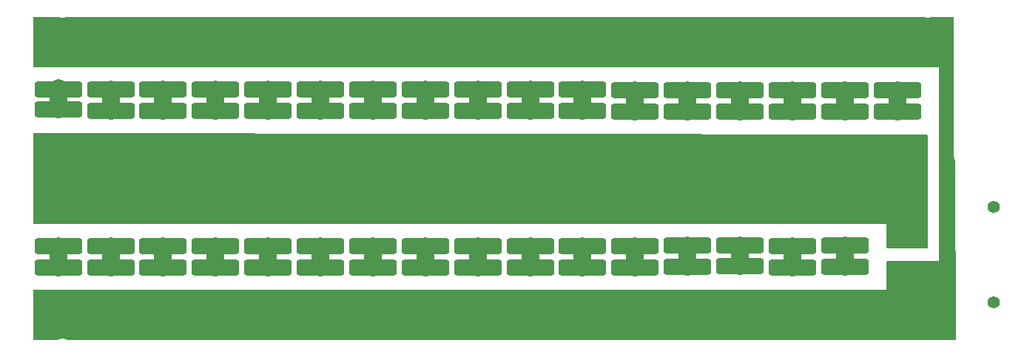
<source format=gbr>
%TF.GenerationSoftware,KiCad,Pcbnew,9.0.3*%
%TF.CreationDate,2025-08-25T21:51:57-05:00*%
%TF.ProjectId,Power-MocoBulkCapacitorPCB,506f7765-722d-44d6-9f63-6f42756c6b43,rev?*%
%TF.SameCoordinates,Original*%
%TF.FileFunction,Copper,L2,Bot*%
%TF.FilePolarity,Positive*%
%FSLAX46Y46*%
G04 Gerber Fmt 4.6, Leading zero omitted, Abs format (unit mm)*
G04 Created by KiCad (PCBNEW 9.0.3) date 2025-08-25 21:51:57*
%MOMM*%
%LPD*%
G01*
G04 APERTURE LIST*
G04 Aperture macros list*
%AMRoundRect*
0 Rectangle with rounded corners*
0 $1 Rounding radius*
0 $2 $3 $4 $5 $6 $7 $8 $9 X,Y pos of 4 corners*
0 Add a 4 corners polygon primitive as box body*
4,1,4,$2,$3,$4,$5,$6,$7,$8,$9,$2,$3,0*
0 Add four circle primitives for the rounded corners*
1,1,$1+$1,$2,$3*
1,1,$1+$1,$4,$5*
1,1,$1+$1,$6,$7*
1,1,$1+$1,$8,$9*
0 Add four rect primitives between the rounded corners*
20,1,$1+$1,$2,$3,$4,$5,0*
20,1,$1+$1,$4,$5,$6,$7,0*
20,1,$1+$1,$6,$7,$8,$9,0*
20,1,$1+$1,$8,$9,$2,$3,0*%
G04 Aperture macros list end*
%TA.AperFunction,SMDPad,CuDef*%
%ADD10RoundRect,0.250000X-2.450000X0.650000X-2.450000X-0.650000X2.450000X-0.650000X2.450000X0.650000X0*%
%TD*%
%TA.AperFunction,SMDPad,CuDef*%
%ADD11RoundRect,0.250000X2.450000X-0.650000X2.450000X0.650000X-2.450000X0.650000X-2.450000X-0.650000X0*%
%TD*%
%TA.AperFunction,ComponentPad*%
%ADD12C,1.400000*%
%TD*%
%TA.AperFunction,ComponentPad*%
%ADD13R,3.500000X3.500000*%
%TD*%
%TA.AperFunction,ComponentPad*%
%ADD14C,3.500000*%
%TD*%
%TA.AperFunction,ViaPad*%
%ADD15C,0.600000*%
%TD*%
%TA.AperFunction,Conductor*%
%ADD16C,2.000000*%
%TD*%
G04 APERTURE END LIST*
D10*
%TO.P,C103,1*%
%TO.N,+VDC*%
X188500000Y-47050000D03*
%TO.P,C103,2*%
%TO.N,Net-(C103-Pad2)*%
X188500000Y-52150000D03*
%TD*%
D11*
%TO.P,C69,1*%
%TO.N,+VDC*%
X110500000Y-77550000D03*
%TO.P,C69,2*%
%TO.N,Net-(C69-Pad2)*%
X110500000Y-72450000D03*
%TD*%
D10*
%TO.P,C108,1*%
%TO.N,Net-(C107-Pad2)*%
X176500000Y-54600000D03*
%TO.P,C108,2*%
%TO.N,GND*%
X176500000Y-59700000D03*
%TD*%
D11*
%TO.P,C98,1*%
%TO.N,Net-(C97-Pad2)*%
X194500000Y-69950000D03*
%TO.P,C98,2*%
%TO.N,GND*%
X194500000Y-64850000D03*
%TD*%
D12*
%TO.P,J1,*%
%TO.N,*%
X211500000Y-76500000D03*
X211500000Y-65500000D03*
D13*
%TO.P,J1,1,Pin_1*%
%TO.N,GND*%
X201500000Y-68500000D03*
D14*
%TO.P,J1,2,Pin_2*%
%TO.N,+VDC*%
X201500000Y-73500000D03*
%TD*%
D11*
%TO.P,C90,1*%
%TO.N,Net-(C89-Pad2)*%
X170500000Y-70000000D03*
%TO.P,C90,2*%
%TO.N,GND*%
X170500000Y-64900000D03*
%TD*%
D10*
%TO.P,C126,1*%
%TO.N,Net-(C125-Pad2)*%
X122500000Y-54500000D03*
%TO.P,C126,2*%
%TO.N,GND*%
X122500000Y-59600000D03*
%TD*%
%TO.P,C110,1*%
%TO.N,Net-(C109-Pad2)*%
X170500000Y-54600000D03*
%TO.P,C110,2*%
%TO.N,GND*%
X170500000Y-59700000D03*
%TD*%
D11*
%TO.P,C87,1*%
%TO.N,+VDC*%
X164500000Y-77550000D03*
%TO.P,C87,2*%
%TO.N,Net-(C87-Pad2)*%
X164500000Y-72450000D03*
%TD*%
D10*
%TO.P,C118,1*%
%TO.N,Net-(C117-Pad2)*%
X146500000Y-54500000D03*
%TO.P,C118,2*%
%TO.N,GND*%
X146500000Y-59600000D03*
%TD*%
D11*
%TO.P,C91,1*%
%TO.N,+VDC*%
X176500000Y-77500000D03*
%TO.P,C91,2*%
%TO.N,Net-(C91-Pad2)*%
X176500000Y-72400000D03*
%TD*%
%TO.P,C80,1*%
%TO.N,Net-(C79-Pad2)*%
X140500000Y-70000000D03*
%TO.P,C80,2*%
%TO.N,GND*%
X140500000Y-64900000D03*
%TD*%
D10*
%TO.P,C122,1*%
%TO.N,Net-(C121-Pad2)*%
X134500000Y-54500000D03*
%TO.P,C122,2*%
%TO.N,GND*%
X134500000Y-59600000D03*
%TD*%
%TO.P,C111,1*%
%TO.N,+VDC*%
X164500000Y-46950000D03*
%TO.P,C111,2*%
%TO.N,Net-(C111-Pad2)*%
X164500000Y-52050000D03*
%TD*%
D11*
%TO.P,C67,1*%
%TO.N,+VDC*%
X104500000Y-77550000D03*
%TO.P,C67,2*%
%TO.N,Net-(C67-Pad2)*%
X104500000Y-72450000D03*
%TD*%
D10*
%TO.P,C127,1*%
%TO.N,+VDC*%
X116500000Y-46950000D03*
%TO.P,C127,2*%
%TO.N,Net-(C127-Pad2)*%
X116500000Y-52050000D03*
%TD*%
D11*
%TO.P,C93,1*%
%TO.N,+VDC*%
X182500000Y-77450000D03*
%TO.P,C93,2*%
%TO.N,Net-(C93-Pad2)*%
X182500000Y-72350000D03*
%TD*%
D10*
%TO.P,C123,1*%
%TO.N,+VDC*%
X128500000Y-46950000D03*
%TO.P,C123,2*%
%TO.N,Net-(C123-Pad2)*%
X128500000Y-52050000D03*
%TD*%
D11*
%TO.P,C70,1*%
%TO.N,Net-(C69-Pad2)*%
X110500000Y-70000000D03*
%TO.P,C70,2*%
%TO.N,GND*%
X110500000Y-64900000D03*
%TD*%
%TO.P,C96,1*%
%TO.N,Net-(C95-Pad2)*%
X188500000Y-70000000D03*
%TO.P,C96,2*%
%TO.N,GND*%
X188500000Y-64900000D03*
%TD*%
D10*
%TO.P,C119,1*%
%TO.N,+VDC*%
X140500000Y-47000000D03*
%TO.P,C119,2*%
%TO.N,Net-(C119-Pad2)*%
X140500000Y-52100000D03*
%TD*%
D11*
%TO.P,C75,1*%
%TO.N,+VDC*%
X128500000Y-77550000D03*
%TO.P,C75,2*%
%TO.N,Net-(C75-Pad2)*%
X128500000Y-72450000D03*
%TD*%
D10*
%TO.P,C106,1*%
%TO.N,Net-(C105-Pad2)*%
X182500000Y-54600000D03*
%TO.P,C106,2*%
%TO.N,GND*%
X182500000Y-59700000D03*
%TD*%
%TO.P,C101,1*%
%TO.N,+VDC*%
X194500000Y-47050000D03*
%TO.P,C101,2*%
%TO.N,Net-(C101-Pad2)*%
X194500000Y-52150000D03*
%TD*%
%TO.P,C113,1*%
%TO.N,+VDC*%
X158500000Y-47000000D03*
%TO.P,C113,2*%
%TO.N,Net-(C113-Pad2)*%
X158500000Y-52100000D03*
%TD*%
D11*
%TO.P,C95,1*%
%TO.N,+VDC*%
X188500000Y-77550000D03*
%TO.P,C95,2*%
%TO.N,Net-(C95-Pad2)*%
X188500000Y-72450000D03*
%TD*%
D10*
%TO.P,C120,1*%
%TO.N,Net-(C119-Pad2)*%
X140500000Y-54550000D03*
%TO.P,C120,2*%
%TO.N,GND*%
X140500000Y-59650000D03*
%TD*%
%TO.P,C131,1*%
%TO.N,+VDC*%
X104500000Y-46950000D03*
%TO.P,C131,2*%
%TO.N,Net-(C131-Pad2)*%
X104500000Y-52050000D03*
%TD*%
%TO.P,C109,1*%
%TO.N,+VDC*%
X170500000Y-47050000D03*
%TO.P,C109,2*%
%TO.N,Net-(C109-Pad2)*%
X170500000Y-52150000D03*
%TD*%
%TO.P,C121,1*%
%TO.N,+VDC*%
X134500000Y-46950000D03*
%TO.P,C121,2*%
%TO.N,Net-(C121-Pad2)*%
X134500000Y-52050000D03*
%TD*%
D11*
%TO.P,C81,1*%
%TO.N,+VDC*%
X146500000Y-77550000D03*
%TO.P,C81,2*%
%TO.N,Net-(C81-Pad2)*%
X146500000Y-72450000D03*
%TD*%
D10*
%TO.P,C105,1*%
%TO.N,+VDC*%
X182500000Y-47050000D03*
%TO.P,C105,2*%
%TO.N,Net-(C105-Pad2)*%
X182500000Y-52150000D03*
%TD*%
%TO.P,C129,1*%
%TO.N,+VDC*%
X110500000Y-46950000D03*
%TO.P,C129,2*%
%TO.N,Net-(C129-Pad2)*%
X110500000Y-52050000D03*
%TD*%
%TO.P,C114,1*%
%TO.N,Net-(C113-Pad2)*%
X158500000Y-54550000D03*
%TO.P,C114,2*%
%TO.N,GND*%
X158500000Y-59650000D03*
%TD*%
D11*
%TO.P,C84,1*%
%TO.N,Net-(C83-Pad2)*%
X152500000Y-70000000D03*
%TO.P,C84,2*%
%TO.N,GND*%
X152500000Y-64900000D03*
%TD*%
%TO.P,C97,1*%
%TO.N,+VDC*%
X194500000Y-77500000D03*
%TO.P,C97,2*%
%TO.N,Net-(C97-Pad2)*%
X194500000Y-72400000D03*
%TD*%
%TO.P,C72,1*%
%TO.N,Net-(C71-Pad2)*%
X116500000Y-70000000D03*
%TO.P,C72,2*%
%TO.N,GND*%
X116500000Y-64900000D03*
%TD*%
%TO.P,C88,1*%
%TO.N,Net-(C87-Pad2)*%
X164500000Y-70000000D03*
%TO.P,C88,2*%
%TO.N,GND*%
X164500000Y-64900000D03*
%TD*%
%TO.P,C82,1*%
%TO.N,Net-(C81-Pad2)*%
X146500000Y-70000000D03*
%TO.P,C82,2*%
%TO.N,GND*%
X146500000Y-64900000D03*
%TD*%
D10*
%TO.P,C112,1*%
%TO.N,Net-(C111-Pad2)*%
X164500000Y-54500000D03*
%TO.P,C112,2*%
%TO.N,GND*%
X164500000Y-59600000D03*
%TD*%
%TO.P,C117,1*%
%TO.N,+VDC*%
X146500000Y-46950000D03*
%TO.P,C117,2*%
%TO.N,Net-(C117-Pad2)*%
X146500000Y-52050000D03*
%TD*%
D11*
%TO.P,C89,1*%
%TO.N,+VDC*%
X170500000Y-77550000D03*
%TO.P,C89,2*%
%TO.N,Net-(C89-Pad2)*%
X170500000Y-72450000D03*
%TD*%
D10*
%TO.P,C115,1*%
%TO.N,+VDC*%
X152500000Y-47000000D03*
%TO.P,C115,2*%
%TO.N,Net-(C115-Pad2)*%
X152500000Y-52100000D03*
%TD*%
%TO.P,C99,1*%
%TO.N,+VDC*%
X200500000Y-47050000D03*
%TO.P,C99,2*%
%TO.N,Net-(C100-Pad1)*%
X200500000Y-52150000D03*
%TD*%
D11*
%TO.P,C76,1*%
%TO.N,Net-(C75-Pad2)*%
X128500000Y-70000000D03*
%TO.P,C76,2*%
%TO.N,GND*%
X128500000Y-64900000D03*
%TD*%
%TO.P,C83,1*%
%TO.N,+VDC*%
X152500000Y-77550000D03*
%TO.P,C83,2*%
%TO.N,Net-(C83-Pad2)*%
X152500000Y-72450000D03*
%TD*%
D10*
%TO.P,C116,1*%
%TO.N,Net-(C115-Pad2)*%
X152500000Y-54550000D03*
%TO.P,C116,2*%
%TO.N,GND*%
X152500000Y-59650000D03*
%TD*%
%TO.P,C128,1*%
%TO.N,Net-(C127-Pad2)*%
X116500000Y-54500000D03*
%TO.P,C128,2*%
%TO.N,GND*%
X116500000Y-59600000D03*
%TD*%
D11*
%TO.P,C85,1*%
%TO.N,+VDC*%
X158500000Y-77550000D03*
%TO.P,C85,2*%
%TO.N,Net-(C85-Pad2)*%
X158500000Y-72450000D03*
%TD*%
D10*
%TO.P,C124,1*%
%TO.N,Net-(C123-Pad2)*%
X128500000Y-54500000D03*
%TO.P,C124,2*%
%TO.N,GND*%
X128500000Y-59600000D03*
%TD*%
%TO.P,C107,1*%
%TO.N,+VDC*%
X176500000Y-47050000D03*
%TO.P,C107,2*%
%TO.N,Net-(C107-Pad2)*%
X176500000Y-52150000D03*
%TD*%
%TO.P,C102,1*%
%TO.N,Net-(C101-Pad2)*%
X194500000Y-54600000D03*
%TO.P,C102,2*%
%TO.N,GND*%
X194500000Y-59700000D03*
%TD*%
D11*
%TO.P,C86,1*%
%TO.N,Net-(C85-Pad2)*%
X158500000Y-70000000D03*
%TO.P,C86,2*%
%TO.N,GND*%
X158500000Y-64900000D03*
%TD*%
%TO.P,C74,1*%
%TO.N,Net-(C73-Pad2)*%
X122500000Y-70000000D03*
%TO.P,C74,2*%
%TO.N,GND*%
X122500000Y-64900000D03*
%TD*%
%TO.P,C78,1*%
%TO.N,Net-(C77-Pad2)*%
X134500000Y-70000000D03*
%TO.P,C78,2*%
%TO.N,GND*%
X134500000Y-64900000D03*
%TD*%
%TO.P,C71,1*%
%TO.N,+VDC*%
X116500000Y-77550000D03*
%TO.P,C71,2*%
%TO.N,Net-(C71-Pad2)*%
X116500000Y-72450000D03*
%TD*%
%TO.P,C73,1*%
%TO.N,+VDC*%
X122500000Y-77550000D03*
%TO.P,C73,2*%
%TO.N,Net-(C73-Pad2)*%
X122500000Y-72450000D03*
%TD*%
%TO.P,C79,1*%
%TO.N,+VDC*%
X140500000Y-77550000D03*
%TO.P,C79,2*%
%TO.N,Net-(C79-Pad2)*%
X140500000Y-72450000D03*
%TD*%
%TO.P,C77,1*%
%TO.N,+VDC*%
X134500000Y-77550000D03*
%TO.P,C77,2*%
%TO.N,Net-(C77-Pad2)*%
X134500000Y-72450000D03*
%TD*%
D10*
%TO.P,C130,1*%
%TO.N,Net-(C129-Pad2)*%
X110500000Y-54500000D03*
%TO.P,C130,2*%
%TO.N,GND*%
X110500000Y-59600000D03*
%TD*%
%TO.P,C104,1*%
%TO.N,Net-(C103-Pad2)*%
X188500000Y-54600000D03*
%TO.P,C104,2*%
%TO.N,GND*%
X188500000Y-59700000D03*
%TD*%
%TO.P,C100,1*%
%TO.N,Net-(C100-Pad1)*%
X200500000Y-54600000D03*
%TO.P,C100,2*%
%TO.N,GND*%
X200500000Y-59700000D03*
%TD*%
%TO.P,C132,1*%
%TO.N,Net-(C131-Pad2)*%
X104500000Y-54350000D03*
%TO.P,C132,2*%
%TO.N,GND*%
X104500000Y-59450000D03*
%TD*%
D11*
%TO.P,C94,1*%
%TO.N,Net-(C93-Pad2)*%
X182500000Y-69900000D03*
%TO.P,C94,2*%
%TO.N,GND*%
X182500000Y-64800000D03*
%TD*%
%TO.P,C68,1*%
%TO.N,Net-(C67-Pad2)*%
X104500000Y-70000000D03*
%TO.P,C68,2*%
%TO.N,GND*%
X104500000Y-64900000D03*
%TD*%
%TO.P,C92,1*%
%TO.N,Net-(C91-Pad2)*%
X176500000Y-69950000D03*
%TO.P,C92,2*%
%TO.N,GND*%
X176500000Y-64850000D03*
%TD*%
D10*
%TO.P,C125,1*%
%TO.N,+VDC*%
X122500000Y-46950000D03*
%TO.P,C125,2*%
%TO.N,Net-(C125-Pad2)*%
X122500000Y-52050000D03*
%TD*%
D15*
%TO.N,GND*%
X123750000Y-62250000D03*
X120750000Y-62250000D03*
X136000000Y-62250000D03*
X133000000Y-62250000D03*
X163250000Y-62250000D03*
X160250000Y-62250000D03*
X172000000Y-62250000D03*
X169000000Y-62250000D03*
X184000000Y-62250000D03*
X181000000Y-62250000D03*
X153750000Y-62250000D03*
X150750000Y-62250000D03*
X106000000Y-62250000D03*
X103000000Y-62250000D03*
%TO.N,+VDC*%
X196000000Y-75750000D03*
X193000000Y-75750000D03*
X154000000Y-75750000D03*
X151000000Y-75750000D03*
X106000000Y-75750000D03*
X103000000Y-75750000D03*
X202000000Y-48750000D03*
X199000000Y-48750000D03*
X154000000Y-48750000D03*
X151000000Y-48750000D03*
X106000000Y-48750000D03*
X103000000Y-48750000D03*
%TD*%
D16*
%TO.N,Net-(C67-Pad2)*%
X104500000Y-72450000D02*
X104500000Y-70000000D01*
%TO.N,Net-(C69-Pad2)*%
X110500000Y-72450000D02*
X110500000Y-70000000D01*
%TO.N,Net-(C71-Pad2)*%
X116500000Y-72450000D02*
X116500000Y-70000000D01*
%TO.N,Net-(C73-Pad2)*%
X122500000Y-72450000D02*
X122500000Y-70000000D01*
%TO.N,Net-(C75-Pad2)*%
X128500000Y-72450000D02*
X128500000Y-70000000D01*
%TO.N,Net-(C77-Pad2)*%
X134500000Y-72450000D02*
X134500000Y-70000000D01*
%TO.N,Net-(C79-Pad2)*%
X140500000Y-72450000D02*
X140500000Y-70000000D01*
%TO.N,Net-(C81-Pad2)*%
X146500000Y-72450000D02*
X146500000Y-70000000D01*
%TO.N,Net-(C83-Pad2)*%
X152500000Y-72450000D02*
X152500000Y-70000000D01*
%TO.N,Net-(C85-Pad2)*%
X158500000Y-72450000D02*
X158500000Y-70000000D01*
%TO.N,Net-(C87-Pad2)*%
X164500000Y-72450000D02*
X164500000Y-70000000D01*
%TO.N,Net-(C89-Pad2)*%
X170500000Y-72450000D02*
X170500000Y-70000000D01*
%TO.N,Net-(C91-Pad2)*%
X176500000Y-72400000D02*
X176500000Y-69950000D01*
%TO.N,Net-(C93-Pad2)*%
X182500000Y-72350000D02*
X182500000Y-69900000D01*
%TO.N,Net-(C95-Pad2)*%
X188500000Y-72450000D02*
X188500000Y-70000000D01*
%TO.N,Net-(C97-Pad2)*%
X194500000Y-72400000D02*
X194500000Y-69950000D01*
%TO.N,Net-(C100-Pad1)*%
X200500000Y-52150000D02*
X200500000Y-54600000D01*
%TO.N,Net-(C101-Pad2)*%
X194500000Y-52150000D02*
X194500000Y-54600000D01*
%TO.N,Net-(C103-Pad2)*%
X188500000Y-52150000D02*
X188500000Y-54600000D01*
%TO.N,Net-(C105-Pad2)*%
X182500000Y-52150000D02*
X182500000Y-54600000D01*
%TO.N,Net-(C107-Pad2)*%
X176500000Y-52150000D02*
X176500000Y-54600000D01*
%TO.N,Net-(C109-Pad2)*%
X170500000Y-52150000D02*
X170500000Y-54600000D01*
%TO.N,Net-(C111-Pad2)*%
X164500000Y-52050000D02*
X164500000Y-54500000D01*
%TO.N,Net-(C113-Pad2)*%
X158500000Y-52100000D02*
X158500000Y-54550000D01*
%TO.N,Net-(C115-Pad2)*%
X152500000Y-52100000D02*
X152500000Y-54550000D01*
%TO.N,Net-(C117-Pad2)*%
X146500000Y-52050000D02*
X146500000Y-54500000D01*
%TO.N,Net-(C119-Pad2)*%
X140500000Y-52100000D02*
X140500000Y-54550000D01*
%TO.N,Net-(C121-Pad2)*%
X134500000Y-52050000D02*
X134500000Y-54500000D01*
%TO.N,Net-(C123-Pad2)*%
X128500000Y-52050000D02*
X128500000Y-54500000D01*
%TO.N,Net-(C125-Pad2)*%
X122500000Y-52050000D02*
X122500000Y-54500000D01*
%TO.N,Net-(C127-Pad2)*%
X116500000Y-52050000D02*
X116500000Y-54500000D01*
%TO.N,Net-(C129-Pad2)*%
X110500000Y-52050000D02*
X110500000Y-54500000D01*
%TO.N,Net-(C131-Pad2)*%
X104500000Y-51900000D02*
X104500000Y-54350000D01*
%TD*%
%TA.AperFunction,Conductor*%
%TO.N,+VDC*%
G36*
X104399806Y-43755648D02*
G01*
X104399979Y-43755003D01*
X104403897Y-43756052D01*
X104403900Y-43756054D01*
X104638211Y-43818838D01*
X104818586Y-43842584D01*
X104878711Y-43850500D01*
X104878712Y-43850500D01*
X105121289Y-43850500D01*
X105169388Y-43844167D01*
X105361789Y-43818838D01*
X105596100Y-43756054D01*
X105596102Y-43756052D01*
X105600021Y-43755003D01*
X105600193Y-43755648D01*
X105634407Y-43750000D01*
X203250000Y-43750000D01*
X203250000Y-49500000D01*
X101745820Y-49500000D01*
X101678781Y-49480315D01*
X101633026Y-49427511D01*
X101621820Y-49376000D01*
X101621820Y-43874000D01*
X101641505Y-43806961D01*
X101694309Y-43761206D01*
X101745820Y-43750000D01*
X104365593Y-43750000D01*
X104399806Y-43755648D01*
G37*
%TD.AperFunction*%
%TD*%
%TA.AperFunction,Conductor*%
%TO.N,+VDC*%
G36*
X197000000Y-80750000D02*
G01*
X105634407Y-80750000D01*
X105600193Y-80744351D01*
X105600021Y-80744997D01*
X105596102Y-80743947D01*
X105596100Y-80743946D01*
X105361789Y-80681162D01*
X105361788Y-80681161D01*
X105361785Y-80681161D01*
X105121289Y-80649500D01*
X105121288Y-80649500D01*
X104878712Y-80649500D01*
X104878711Y-80649500D01*
X104638214Y-80681161D01*
X104554477Y-80703598D01*
X104403900Y-80743946D01*
X104403897Y-80743946D01*
X104399979Y-80744997D01*
X104399806Y-80744351D01*
X104365593Y-80750000D01*
X101745820Y-80750000D01*
X101678781Y-80730315D01*
X101633026Y-80677511D01*
X101621820Y-80626000D01*
X101621820Y-75124000D01*
X101641505Y-75056961D01*
X101694309Y-75011206D01*
X101745820Y-75000000D01*
X197000000Y-75000000D01*
X197000000Y-80750000D01*
G37*
%TD.AperFunction*%
%TD*%
%TA.AperFunction,Conductor*%
%TO.N,GND*%
G36*
X203876243Y-57249758D02*
G01*
X203943243Y-57269574D01*
X203988895Y-57322467D01*
X204000000Y-57373758D01*
X204000000Y-70126000D01*
X203980315Y-70193039D01*
X203927511Y-70238794D01*
X203876000Y-70250000D01*
X199374000Y-70250000D01*
X199306961Y-70230315D01*
X199261206Y-70177511D01*
X199250000Y-70126000D01*
X199250000Y-67500000D01*
X101745820Y-67500000D01*
X101678781Y-67480315D01*
X101633026Y-67427511D01*
X101621820Y-67376000D01*
X101621820Y-57174479D01*
X101641505Y-57107440D01*
X101694309Y-57061685D01*
X101746056Y-57050480D01*
X203876243Y-57249758D01*
G37*
%TD.AperFunction*%
%TD*%
%TA.AperFunction,Conductor*%
%TO.N,+VDC*%
G36*
X203000000Y-80750000D02*
G01*
X197000000Y-80750000D01*
X197000000Y-75000000D01*
X199250000Y-75000000D01*
X199250000Y-71874000D01*
X199269685Y-71806961D01*
X199322489Y-71761206D01*
X199374000Y-71750000D01*
X203000000Y-71750000D01*
X203000000Y-80750000D01*
G37*
%TD.AperFunction*%
%TD*%
%TA.AperFunction,Conductor*%
%TO.N,+VDC*%
G36*
X203399806Y-43755648D02*
G01*
X203399979Y-43755003D01*
X203403897Y-43756052D01*
X203403900Y-43756054D01*
X203638211Y-43818838D01*
X203818586Y-43842584D01*
X203878711Y-43850500D01*
X203878712Y-43850500D01*
X204121289Y-43850500D01*
X204169388Y-43844167D01*
X204361789Y-43818838D01*
X204596100Y-43756054D01*
X204596102Y-43756052D01*
X204600021Y-43755003D01*
X204600193Y-43755648D01*
X204634407Y-43750000D01*
X206875500Y-43750000D01*
X206942539Y-43769685D01*
X206988294Y-43822489D01*
X206999500Y-43874000D01*
X206999500Y-59671965D01*
X207033210Y-60014249D01*
X207100310Y-60351578D01*
X207107228Y-60374385D01*
X207112564Y-60409540D01*
X207249156Y-80625162D01*
X207229925Y-80692333D01*
X207177431Y-80738444D01*
X207125159Y-80750000D01*
X203000000Y-80750000D01*
X203000000Y-71750000D01*
X205250000Y-71750000D01*
X205250000Y-49500000D01*
X203250000Y-49500000D01*
X203250000Y-43750000D01*
X203365593Y-43750000D01*
X203399806Y-43755648D01*
G37*
%TD.AperFunction*%
%TD*%
M02*

</source>
